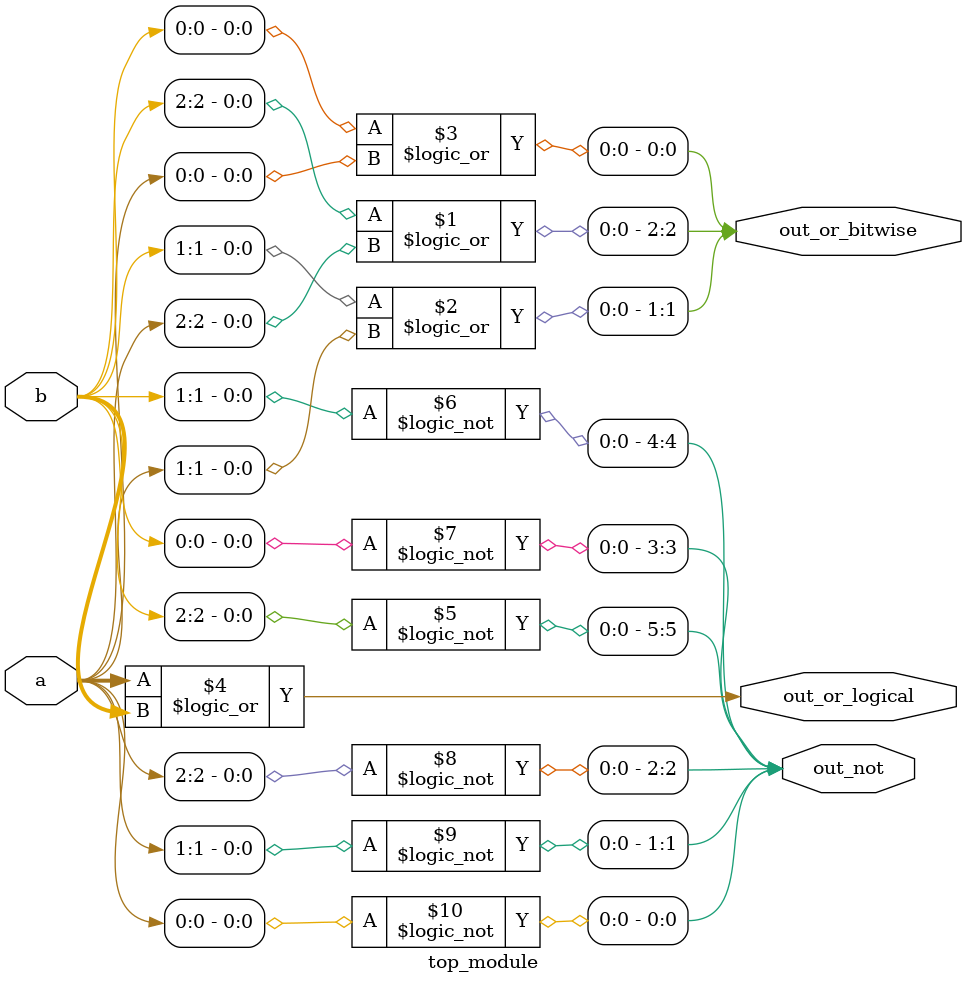
<source format=v>
module top_module( 
    input [2:0] a,
    input [2:0] b,
    output [2:0] out_or_bitwise,
    output out_or_logical,
    output [5:0] out_not
);
    assign out_or_bitwise[2] = (b[2]||a[2]);
    assign out_or_bitwise[1] = (b[1]||a[1]);
    assign out_or_bitwise[0] = (b[0]||a[0]);
    assign out_or_logical = a||b;
    assign out_not[5] = !b[2];
    assign out_not[4] = !b[1];
    assign out_not[3] = !b[0];
    assign out_not[2] = !a[2];
    assign out_not[1] = !a[1];
    assign out_not[0] = !a[0];
endmodule
</source>
